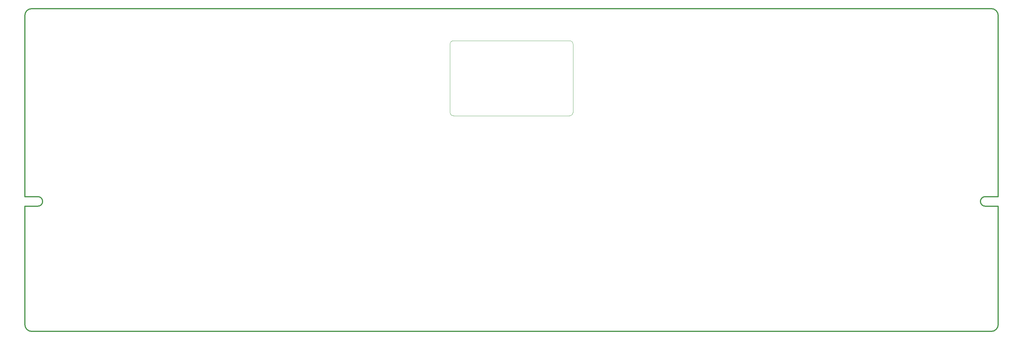
<source format=gbr>
G04 #@! TF.GenerationSoftware,KiCad,Pcbnew,(5.1.5-0-10_14)*
G04 #@! TF.CreationDate,2021-08-13T14:32:23-04:00*
G04 #@! TF.ProjectId,Laptreus-v3,4c617074-7265-4757-932d-76332e6b6963,rev?*
G04 #@! TF.SameCoordinates,Original*
G04 #@! TF.FileFunction,Profile,NP*
%FSLAX46Y46*%
G04 Gerber Fmt 4.6, Leading zero omitted, Abs format (unit mm)*
G04 Created by KiCad (PCBNEW (5.1.5-0-10_14)) date 2021-08-13 14:32:23*
%MOMM*%
%LPD*%
G04 APERTURE LIST*
%ADD10C,0.100000*%
%ADD11C,0.300000*%
G04 APERTURE END LIST*
D10*
X129576180Y-47411357D02*
X129576180Y-67411357D01*
X165576180Y-67411359D02*
X165576180Y-47411359D01*
X164576182Y-46411359D02*
X130576179Y-46411360D01*
X130576178Y-68411358D02*
X164576179Y-68411359D01*
X129576183Y-47411356D02*
G75*
G02X130576179Y-46411360I999996J0D01*
G01*
X164576182Y-46411357D02*
G75*
G02X165576180Y-47411359I-2J-1000000D01*
G01*
X165576180Y-67411356D02*
G75*
G02X164576179Y-68411359I-1000002J-1D01*
G01*
X130576181Y-68411358D02*
G75*
G02X129576180Y-67411357I0J1000001D01*
G01*
D11*
X288076656Y-37011308D02*
X277876656Y-37011308D01*
X286276656Y-94911308D02*
G75*
G02X284876656Y-93511308I0J1400000D01*
G01*
X8876656Y-92111308D02*
X5076656Y-92111308D01*
X8876656Y-94911308D02*
X5076656Y-94911308D01*
X5076656Y-92111308D02*
X5076656Y-39011308D01*
X5076656Y-94911308D02*
X5076656Y-129611308D01*
X8876656Y-94911308D02*
G75*
G03X10276656Y-93511308I0J1400000D01*
G01*
X10276656Y-93511308D02*
G75*
G03X8876656Y-92111308I-1400000J0D01*
G01*
X290076656Y-92111308D02*
X290076656Y-39011308D01*
X286276656Y-92111308D02*
X290076656Y-92111308D01*
X284876656Y-93511308D02*
G75*
G02X286276656Y-92111308I1400000J0D01*
G01*
X290076656Y-94911308D02*
X286276656Y-94911308D01*
X290076656Y-129611308D02*
X290076656Y-94911308D01*
X5076656Y-39011308D02*
G75*
G02X7076656Y-37011308I2000000J0D01*
G01*
X7076656Y-131611308D02*
G75*
G02X5076656Y-129611308I0J2000000D01*
G01*
X290076656Y-129611308D02*
G75*
G02X288076656Y-131611308I-2000000J0D01*
G01*
X288076656Y-37011308D02*
G75*
G02X290076656Y-39011308I0J-2000000D01*
G01*
X7076656Y-37011308D02*
X277876656Y-37011308D01*
X288076656Y-131611308D02*
X7076656Y-131611308D01*
M02*

</source>
